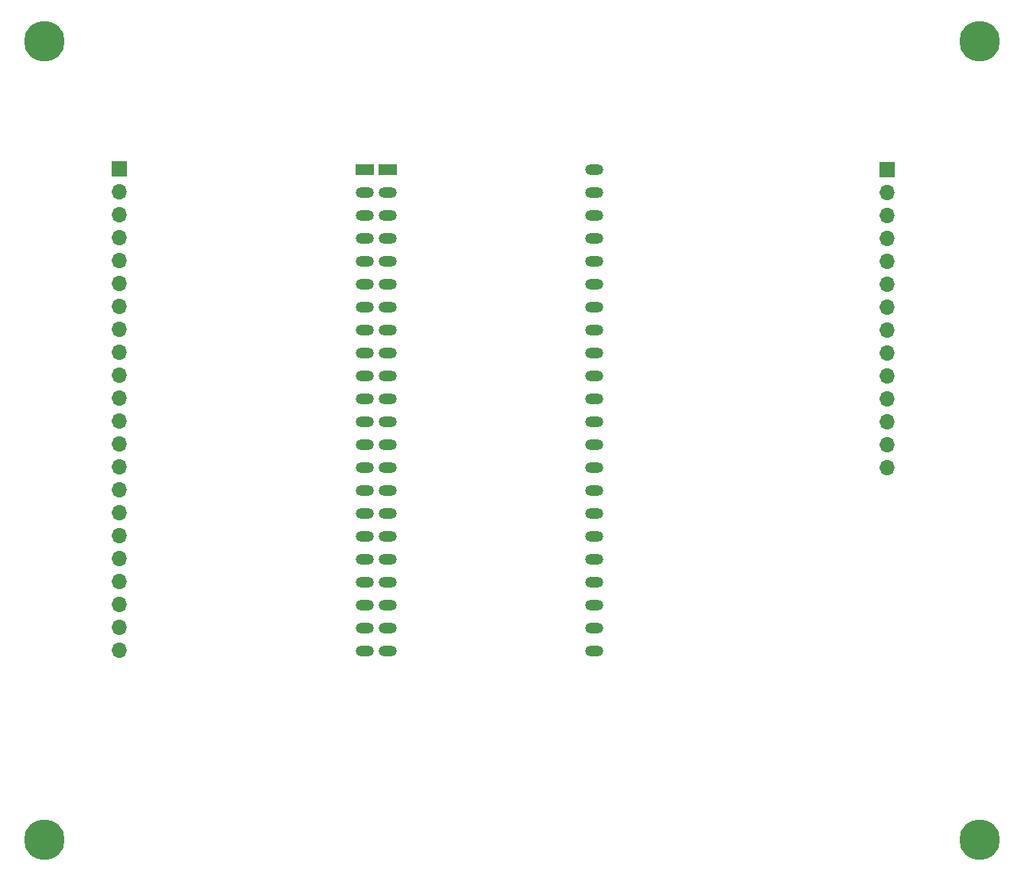
<source format=gbr>
%TF.GenerationSoftware,KiCad,Pcbnew,8.0.5*%
%TF.CreationDate,2024-10-15T07:07:36-03:00*%
%TF.ProjectId,GRANAPCBESP32S3V1,4752414e-4150-4434-9245-535033325333,rev?*%
%TF.SameCoordinates,Original*%
%TF.FileFunction,Soldermask,Bot*%
%TF.FilePolarity,Negative*%
%FSLAX46Y46*%
G04 Gerber Fmt 4.6, Leading zero omitted, Abs format (unit mm)*
G04 Created by KiCad (PCBNEW 8.0.5) date 2024-10-15 07:07:36*
%MOMM*%
%LPD*%
G01*
G04 APERTURE LIST*
%ADD10C,4.500000*%
%ADD11R,1.700000X1.700000*%
%ADD12O,1.700000X1.700000*%
%ADD13R,2.000000X1.200000*%
%ADD14O,2.000000X1.200000*%
G04 APERTURE END LIST*
D10*
%TO.C,REF3*%
X104500000Y-132000000D03*
%TD*%
D11*
%TO.C,J1*%
X197750000Y-57730000D03*
D12*
X197750000Y-60270000D03*
X197750000Y-62810000D03*
X197750000Y-65350000D03*
X197750000Y-67890000D03*
X197750000Y-70430000D03*
X197750000Y-72970000D03*
X197750000Y-75510000D03*
X197750000Y-78050000D03*
X197750000Y-80590000D03*
X197750000Y-83130000D03*
X197750000Y-85670000D03*
X197750000Y-88210000D03*
X197750000Y-90750000D03*
%TD*%
D10*
%TO.C,REF1*%
X104500000Y-43500000D03*
%TD*%
D13*
%TO.C,U2*%
X139960000Y-57720000D03*
X142500000Y-57720000D03*
D14*
X139960000Y-60260000D03*
X142500000Y-60260000D03*
X139960000Y-62800000D03*
X142500000Y-62800000D03*
X139960000Y-65340000D03*
X142500000Y-65340000D03*
X139960000Y-67880000D03*
X142500000Y-67880000D03*
X139960000Y-70420000D03*
X142500000Y-70420000D03*
X139960000Y-72960000D03*
X142500000Y-72960000D03*
X139960000Y-75500000D03*
X142500000Y-75500000D03*
X139960000Y-78040000D03*
X142500000Y-78040000D03*
X139960000Y-80580000D03*
X142500000Y-80580000D03*
X139960000Y-83120000D03*
X142500000Y-83120000D03*
X139960000Y-85660000D03*
X142500000Y-85660000D03*
X139960000Y-88200000D03*
X142500000Y-88200000D03*
X139960000Y-90740000D03*
X142500000Y-90740000D03*
X139960000Y-93280000D03*
X142500000Y-93280000D03*
X139960000Y-95820000D03*
X142500000Y-95820000D03*
X139960000Y-98360000D03*
X142500000Y-98360000D03*
X139960000Y-100900000D03*
X142500000Y-100900000D03*
X139960000Y-103440000D03*
X142500000Y-103440000D03*
X139956320Y-105977280D03*
X142496320Y-105977280D03*
X139956320Y-108517280D03*
X142496320Y-108517280D03*
X139956320Y-111057280D03*
X142496320Y-111057280D03*
X165360000Y-111060000D03*
X165360000Y-108520000D03*
X165360000Y-105980000D03*
X165360000Y-103440000D03*
X165360000Y-100900000D03*
X165360000Y-98360000D03*
X165360000Y-95820000D03*
X165360000Y-93280000D03*
X165360000Y-90740000D03*
X165360000Y-88200000D03*
X165360000Y-85660000D03*
X165360000Y-83120000D03*
X165360000Y-80580000D03*
X165360000Y-78040000D03*
X165360000Y-75500000D03*
X165360000Y-72960000D03*
X165360000Y-70420000D03*
X165360000Y-67880000D03*
X165360000Y-65340000D03*
X165360000Y-62800000D03*
X165360000Y-60260000D03*
X165360000Y-57720000D03*
%TD*%
D10*
%TO.C,REF4*%
X208000000Y-132000000D03*
%TD*%
D11*
%TO.C,J2*%
X112750000Y-57670000D03*
D12*
X112750000Y-60210000D03*
X112750000Y-62750000D03*
X112750000Y-65290000D03*
X112750000Y-67830000D03*
X112750000Y-70370000D03*
X112750000Y-72910000D03*
X112750000Y-75450000D03*
X112750000Y-77990000D03*
X112750000Y-80530000D03*
X112750000Y-83070000D03*
X112750000Y-85610000D03*
X112750000Y-88150000D03*
X112750000Y-90690000D03*
X112750000Y-93230000D03*
X112750000Y-95770000D03*
X112750000Y-98310000D03*
X112750000Y-100850000D03*
X112750000Y-103390000D03*
X112750000Y-105930000D03*
X112750000Y-108470000D03*
X112750000Y-111010000D03*
%TD*%
D10*
%TO.C,REF2*%
X208000000Y-43500000D03*
%TD*%
M02*

</source>
